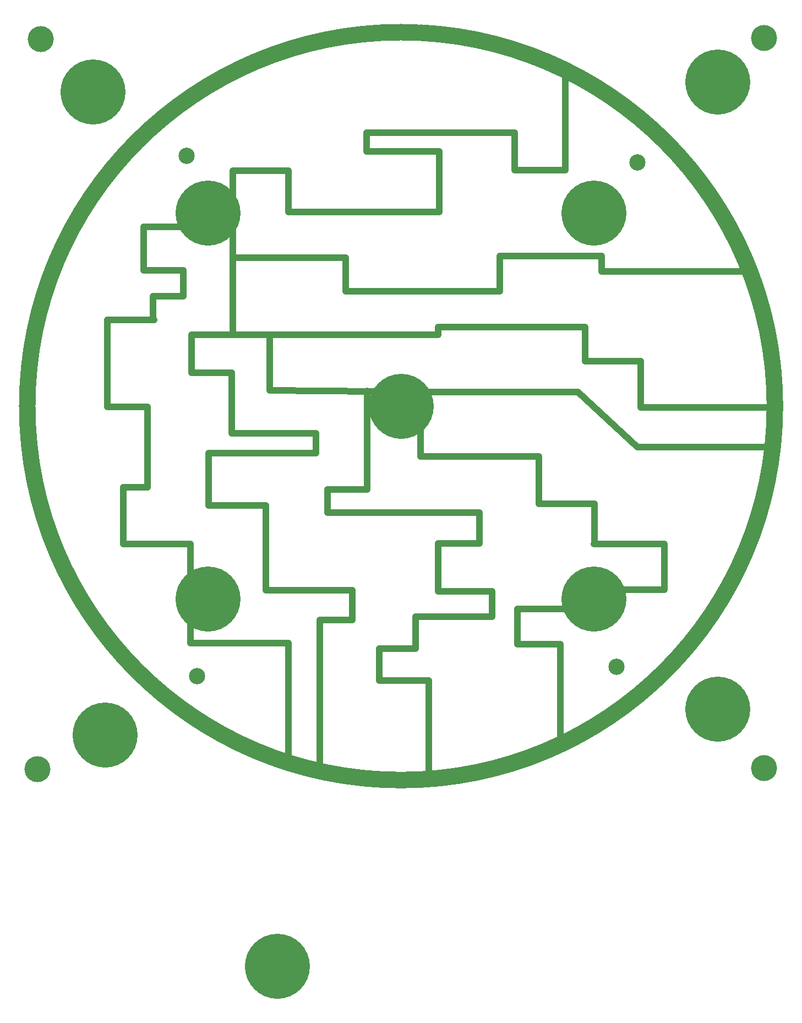
<source format=gbr>
G04 CAM350 V10.2.0 (Build 386) Date:  Sat Feb 01 15:25:49 2025 *
G04 Database: c:\users\comp1\desktop\ajinkya_\gerber data\round 115\round_pcb1.cam *
G04 Layer 39: clearance *
%FSLAX24Y24*%
%MOIN*%
%SFA1.000B1.000*%

%MIA0B0*%
%IPPOS*%
%ADD24C,0.09843*%
%ADD35C,0.03937*%
%ADD42C,0.09843*%
%ADD53C,0.39370*%
%ADD65C,0.15748*%
%LNclearance*%
%LPD*%
G54D53*
X-7473Y-33903D03*
G54D65*
X-21823Y22206D03*
X21965Y22279D03*
Y-21898D03*
X-22035Y-21981D03*
G54D53*
X0Y0D03*
X-11692Y-11692D03*
Y11692D03*
X11692D03*
Y-11692D03*
X-18651Y19015D03*
X19169Y19612D03*
Y-18359D03*
X-17929Y-19930D03*
G54D42*
X-12982Y15164D03*
X14300Y14756D03*
X13043Y-15794D03*
X-12354Y-16344D03*
G54D24*
X22638Y0D02*
G75*
G03X22638Y0I-22638D01*
G54D35*
X1446Y867D02*
G01X10702D01*
Y867D02*
G01X14319Y-2481D01*
X22503Y-2469*
X-7951Y4311D02*
G01X-10182D01*
Y9001*
X-3357*
Y6965*
X5983*
Y9098*
X12158*
Y8165*
X21097*
X-10182Y9001D02*
G01Y14268D01*
X-6836*
Y11737*
X2328*
Y15416*
X-2084*
Y16565*
X6889*
Y14301*
X9935*
Y20232*
X-13171Y8224D02*
G01X-15585D01*
Y10853*
X-12738*
X-10182Y4311D02*
G01X-12671D01*
Y2006*
X-10241*
Y-1648*
X-5163*
Y-2855*
X-10189*
X-13171Y8224D02*
G01X-13203Y6643D01*
X-17790Y5217D02*
G01Y-51D01*
X-15351*
Y-4906*
X-16807*
Y-8354*
X-12746*
Y-14348*
X-6819*
Y-21572*
X-14959Y5222D02*
G01X-17790Y5217D01*
X-13203Y6643D02*
G01X-15018D01*
Y5222*
X-2043Y-5061D02*
G01Y908D01*
X-10189Y-2855D02*
G01X-11663D01*
Y-6000*
X-8193*
Y-11148*
X-2939*
X-1328Y-16605D02*
G01X1693D01*
Y-22575*
X-2043Y-5061D02*
G01X-4448D01*
Y-6461*
X4732*
Y-8327*
X2235*
Y-11206*
X5506*
Y-12742*
Y-12742D02*
G01X866D01*
Y-14673*
X-1323*
Y-16605*
X-2939Y-11148D02*
G01Y-12946D01*
X-4919*
Y-22121*
X1190Y-757D02*
G01Y-3063D01*
X8357*
Y-5909*
X11711*
Y-8331*
X15931*
X11692*
X15931D02*
G01Y-11120D01*
X13118*
X9897Y-12269D02*
G01X7042D01*
Y-14409*
X9639*
Y-20501*
X-7951Y944D02*
G01Y4311D01*
X2237*
Y4776*
X11143*
Y2717*
X14522*
Y-72*
X22638*
X1446Y867D02*
G01X-7951Y944D01*
M02*

</source>
